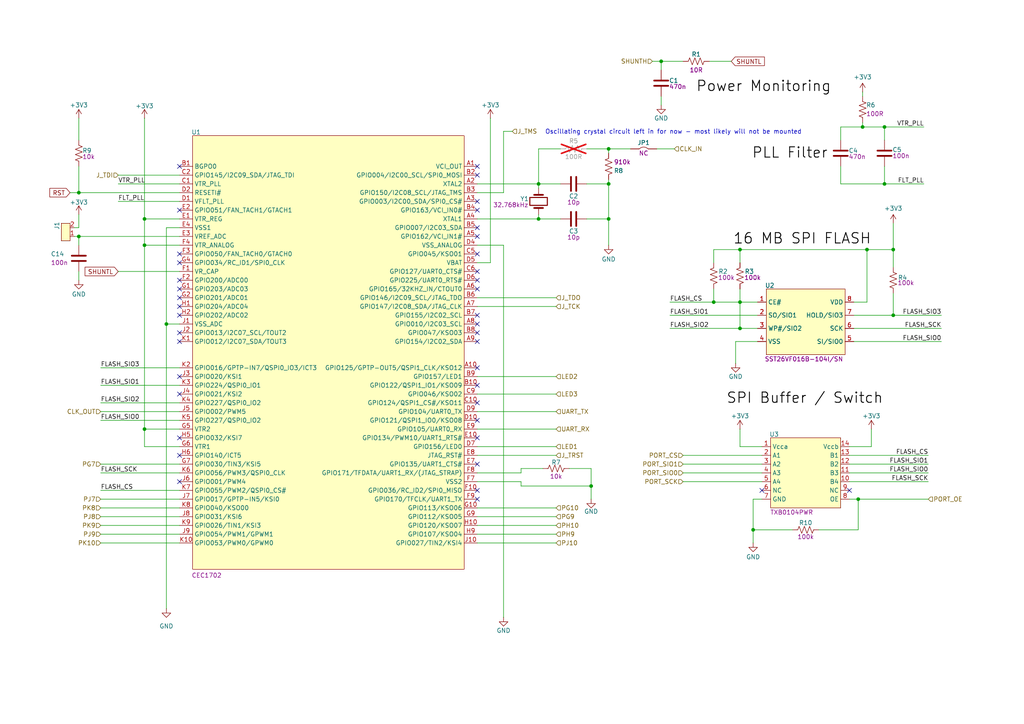
<source format=kicad_sch>
(kicad_sch (version 20231120) (generator "eeschema") (generator_version "8.0")
  (paper "A4")
  (lib_symbols
    (symbol "0603_Yageo_Res:RES_100R_0603" (pin_numbers hide)
      (property "Reference" "R" (at -20.32 5.08 0))
      (property "Display Value" "100R" (at 15.24 5.08 0))
      (symbol "RES_100R_0603_1_1"
        (pin passive line (at -3.81 0 0) (length 1.27) (name "~") (number "1"))
        (pin passive line (at 3.81 0 180) (length 1.27) (name "~") (number "2"))
      )
    )
    (symbol "0603_Yageo_Res:RES_100k_0603" (pin_numbers hide)
      (property "Reference" "R" (at -20.32 5.08 0))
      (property "Display Value" "100k" (at 15.24 5.08 0))
      (symbol "RES_100k_0603_1_1"
        (pin passive line (at -3.81 0 0) (length 1.27) (name "~") (number "1"))
        (pin passive line (at 3.81 0 180) (length 1.27) (name "~") (number "2"))
      )
    )
    (symbol "0603_Yageo_Res:RES_10R_0603" (pin_numbers hide)
      (property "Reference" "R" (at -20.32 5.08 0))
      (property "Display Value" "10R" (at 15.24 5.08 0))
      (symbol "RES_10R_0603_1_1"
        (pin passive line (at -3.81 0 0) (length 1.27) (name "~") (number "1"))
        (pin passive line (at 3.81 0 180) (length 1.27) (name "~") (number "2"))
      )
    )
    (symbol "0603_Yageo_Res:RES_10k_0603" (pin_numbers hide)
      (property "Reference" "R" (at -20.32 5.08 0))
      (property "Display Value" "10k" (at 15.24 5.08 0))
      (symbol "RES_10k_0603_1_1"
        (pin passive line (at -3.81 0 0) (length 1.27) (name "~") (number "1"))
        (pin passive line (at 3.81 0 180) (length 1.27) (name "~") (number "2"))
      )
    )
    (symbol "0603_Yageo_Res:RES_910k_0603" (pin_numbers hide)
      (property "Reference" "R" (at -20.32 5.08 0))
      (property "Display Value" "910k" (at 15.24 5.08 0))
      (symbol "RES_910k_0603_1_1"
        (pin passive line (at -3.81 0 0) (length 1.27) (name "~") (number "1"))
        (pin passive line (at 3.81 0 180) (length 1.27) (name "~") (number "2"))
      )
    )
    (symbol "Silkscreen_Symbols:CE_Free" (in_bom no)
      (property "Reference" "PCB" (at -2.54 6.35 0))
      (property "Value" "CE Symbol" (at 0 0 0))
    )
    (symbol "Silkscreen_Symbols:Pb_Free" (in_bom no)
      (property "Reference" "PCB" (at 0 0 0))
      (property "Value" "Pb_Free Symbol" (at 0 0 0))
    )
    (symbol "Silkscreen_Symbols:UKCA" (in_bom no)
      (property "Reference" "PCB" (at 0 0 0))
      (property "Value" "UKCA symbol" (at 0 0 0))
    )
    (symbol "Silkscreen_Symbols:WEEE" (in_bom no)
      (property "Reference" "PCB" (at -1.27 4.445 0))
      (property "Value" "WEEE SYMBOL" (at 0 0 0))
    )
    (symbol "nae_caps:CAP_100n_50V_0603" (pin_numbers hide)
      (property "Reference" "C" (at -20.32 5.08 0))
      (property "Display Value" "100n" (at 15.24 5.08 0))
      (symbol "CAP_100n_50V_0603_1_1"
        (pin passive line (at -3.81 0 0) (length 2.794) (name "~") (number "1"))
        (pin passive line (at 3.81 0 180) (length 2.794) (name "~") (number "2"))
      )
    )
    (symbol "nae_caps:CAP_100n_6.3V_0603" (pin_numbers hide)
      (property "Reference" "C" (at -20.32 5.08 0))
      (property "Display Value" "100n" (at 15.24 5.08 0))
      (symbol "CAP_100n_6.3V_0603_1_1"
        (pin passive line (at -3.81 0 0) (length 2.794) (name "~") (number "1"))
        (pin passive line (at 3.81 0 180) (length 2.794) (name "~") (number "2"))
      )
    )
    (symbol "nae_caps:CAP_10p_10V_0603" (pin_numbers hide)
      (property "Reference" "C" (at -20.32 5.08 0))
      (property "Display Value" "10p" (at 15.24 5.08 0))
      (symbol "CAP_10p_10V_0603_1_1"
        (pin passive line (at -3.81 0 0) (length 2.794) (name "~") (number "1"))
        (pin passive line (at 3.81 0 180) (length 2.794) (name "~") (number "2"))
      )
    )
    (symbol "nae_caps:CAP_470n_10V_0603" (pin_numbers hide)
      (property "Reference" "C" (at -20.32 5.08 0))
      (property "Display Value" "470n" (at 15.24 5.08 0))
      (symbol "CAP_470n_10V_0603_1_1"
        (pin passive line (at -3.81 0 0) (length 2.794) (name "~") (number "1"))
        (pin passive line (at 3.81 0 180) (length 2.794) (name "~") (number "2"))
      )
    )
    (symbol "power:+3V3" (power) (pin_numbers hide) (pin_names (offset 0) hide)
      (property "Value" "+3V3" (at 0 3.556 0))
      (symbol "+3V3_1_1"
        (pin power_in line (at 0 0 90) (length 0) (name "~") (number "1"))
      )
    )
    (symbol "power:GND" (power) (pin_numbers hide) (pin_names (offset 0) hide)
      (property "Value" "GND" (at 0 -3.81 0))
      (symbol "GND_1_1"
        (pin power_in line (at 0 0 270) (length 0) (name "~") (number "1"))
      )
    )
    (symbol "tutorial_2_library:32.768kHz" (pin_numbers hide)
      (property "Reference" "Y" (at 0 3.81 0))
      (property "Display Value" "32.768kHz" (at 0 -3.81 0))
      (symbol "32.768kHz_1_1"
        (pin passive line (at -3.81 0 0) (length 1.27) (name "") (number "1"))
        (pin passive line (at 3.81 0 180) (length 1.27) (name "") (number "2"))
      )
    )
    (symbol "tutorial_2_library:CEC1702"
      (property "Reference" "U" (at -35.56 10.16 0))
      (property "Display Value" "CEC1702" (at -35.56 -118.11 0))
      (symbol "CEC1702_1_1"
        (pin unspecified line (at 43.18 0 180) (length 3.81) (name "VCI_OUT") (number "A1"))
        (pin unspecified line (at 43.18 -58.42 180) (length 3.81) (name "GPIO125/GPTP-OUT5/QSPI1_CLK/KSO12") (number "A10"))
        (pin unspecified line (at 43.18 -5.08 180) (length 3.81) (name "XTAL2") (number "A2"))
        (pin unspecified line (at 43.18 -10.16 180) (length 3.81) (name "GPIO003/I2C00_SDA/SPI0_CS#") (number "A3"))
        (pin unspecified line (at 43.18 -15.24 180) (length 3.81) (name "XTAL1") (number "A4"))
        (pin unspecified line (at 43.18 -20.32 180) (length 3.81) (name "GPIO162/VCI_IN1#") (number "A5"))
        (pin unspecified line (at 43.18 -35.56 180) (length 3.81) (name "GPIO165/32KHZ_IN/CTOUT0") (number "A6"))
        (pin unspecified line (at 43.18 -40.64 180) (length 3.81) (name "GPIO147/I2C08_SDA/JTAG_CLK") (number "A7"))
        (pin unspecified line (at 43.18 -45.72 180) (length 3.81) (name "GPIO010/I2C03_SCL") (number "A8"))
        (pin unspecified line (at 43.18 -50.8 180) (length 3.81) (name "GPIO154/I2C02_SDA") (number "A9"))
        (pin unspecified line (at -43.18 0 0) (length 3.81) (name "BGPO0") (number "B1"))
        (pin unspecified line (at 43.18 -63.5 180) (length 3.81) (name "GPIO122/QSPI1_IO1/KSO09") (number "B10"))
        (pin unspecified line (at 43.18 -2.54 180) (length 3.81) (name "GPIO004/I2C00_SCL/SPI0_MOSI") (number "B2"))
        (pin unspecified line (at 43.18 -7.62 180) (length 3.81) (name "GPIO150/I2C08_SCL/JTAG_TMS") (number "B3"))
        (pin unspecified line (at 43.18 -12.7 180) (length 3.81) (name "GPIO163/VCI_IN0#") (number "B4"))
        (pin unspecified line (at 43.18 -17.78 180) (length 3.81) (name "GPIO007/I2C03_SDA") (number "B5"))
        (pin unspecified line (at 43.18 -38.1 180) (length 3.81) (name "GPIO146/I2C09_SCL/JTAG_TDO") (number "B6"))
        (pin unspecified line (at 43.18 -43.18 180) (length 3.81) (name "GPIO155/I2C02_SCL") (number "B7"))
        (pin unspecified line (at 43.18 -48.26 180) (length 3.81) (name "GPIO047/KSO03") (number "B8"))
        (pin unspecified line (at 43.18 -60.96 180) (length 3.81) (name "GPIO157/LED1") (number "B9"))
        (pin unspecified line (at -43.18 -5.08 0) (length 3.81) (name "VTR_PLL") (number "C1"))
        (pin unspecified line (at 43.18 -68.58 180) (length 3.81) (name "GPIO124/QSPI1_CS#/KSO11") (number "C10"))
        (pin unspecified line (at -43.18 -2.54 0) (length 3.81) (name "GPIO145/I2C09_SDA/JTAG_TDI") (number "C2"))
        (pin unspecified line (at 43.18 -25.4 180) (length 3.81) (name "GPIO045/KSO01") (number "C5"))
        (pin unspecified line (at 43.18 -30.48 180) (length 3.81) (name "GPIO127/UART0_CTS#") (number "C6"))
        (pin unspecified line (at 43.18 -66.04 180) (length 3.81) (name "GPIO046/KSO02") (number "C9"))
        (pin unspecified line (at -43.18 -10.16 0) (length 3.81) (name "VFLT_PLL") (number "D1"))
        (pin unspecified line (at 43.18 -73.66 180) (length 3.81) (name "GPIO121/QSPI1_IO0/KSO08") (number "D10"))
        (pin unspecified line (at -43.18 -7.62 0) (length 3.81) (name "RESETI#") (number "D2"))
        (pin unspecified line (at 43.18 -22.86 180) (length 3.81) (name "VSS_ANALOG") (number "D4"))
        (pin unspecified line (at 43.18 -27.94 180) (length 3.81) (name "VBAT") (number "D5"))
        (pin unspecified line (at 43.18 -33.02 180) (length 3.81) (name "GPIO225/UART0_RTS#") (number "D6"))
        (pin unspecified line (at 43.18 -81.28 180) (length 3.81) (name "GPIO156/LED0") (number "D7"))
        (pin unspecified line (at 43.18 -71.12 180) (length 3.81) (name "GPIO104/UART0_TX") (number "D9"))
        (pin unspecified line (at -43.18 -15.24 0) (length 3.81) (name "VTR_REG") (number "E1"))
        (pin unspecified line (at 43.18 -78.74 180) (length 3.81) (name "GPIO134/PWM10/UART1_RTS#") (number "E10"))
        (pin unspecified line (at -43.18 -12.7 0) (length 3.81) (name "GPIO051/FAN_TACH1/GTACH1") (number "E2"))
        (pin unspecified line (at -43.18 -20.32 0) (length 3.81) (name "VREF_ADC") (number "E3"))
        (pin unspecified line (at -43.18 -17.78 0) (length 3.81) (name "VSS1") (number "E4"))
        (pin unspecified line (at 43.18 -86.36 180) (length 3.81) (name "GPIO135/UART1_CTS#") (number "E7"))
        (pin unspecified line (at 43.18 -83.82 180) (length 3.81) (name "JTAG_RST#") (number "E8"))
        (pin unspecified line (at 43.18 -76.2 180) (length 3.81) (name "GPIO105/UART0_RX") (number "E9"))
        (pin unspecified line (at -43.18 -30.48 0) (length 3.81) (name "VR_CAP") (number "F1"))
        (pin unspecified line (at 43.18 -93.98 180) (length 3.81) (name "GPIO036/RC_ID2/SPI0_MISO") (number "F10"))
        (pin unspecified line (at -43.18 -33.02 0) (length 3.81) (name "GPIO200/ADC00") (number "F2"))
        (pin unspecified line (at -43.18 -25.4 0) (length 3.81) (name "GPIO050/FAN_TACH0/GTACH0") (number "F3"))
        (pin unspecified line (at -43.18 -22.86 0) (length 3.81) (name "VTR_ANALOG") (number "F4"))
        (pin unspecified line (at 43.18 -91.44 180) (length 3.81) (name "VSS2") (number "F7"))
        (pin unspecified line (at 43.18 -88.9 180) (length 3.81) (name "GPIO171/TFDATA/UART1_RX/(JTAG_STRAP)") (number "F8"))
        (pin unspecified line (at 43.18 -96.52 180) (length 3.81) (name "GPIO170/TFCLK/UART1_TX") (number "F9"))
        (pin unspecified line (at -43.18 -35.56 0) (length 3.81) (name "GPIO203/ADC03") (number "G1"))
        (pin unspecified line (at 43.18 -99.06 180) (length 3.81) (name "GPIO113/KSO06") (number "G10"))
        (pin unspecified line (at -43.18 -38.1 0) (length 3.81) (name "GPIO201/ADC01") (number "G2"))
        (pin unspecified line (at -43.18 -27.94 0) (length 3.81) (name "GPIO034/RC_ID1/SPI0_CLK") (number "G4"))
        (pin unspecified line (at -43.18 -76.2 0) (length 3.81) (name "VTR2") (number "G5"))
        (pin unspecified line (at -43.18 -81.28 0) (length 3.81) (name "VTR1") (number "G6"))
        (pin unspecified line (at -43.18 -86.36 0) (length 3.81) (name "GPIO030/TIN3/KSI5") (number "G7"))
        (pin unspecified line (at 43.18 -101.6 180) (length 3.81) (name "GPIO112/KSO05") (number "G9"))
        (pin unspecified line (at -43.18 -40.64 0) (length 3.81) (name "GPIO204/ADC04") (number "H1"))
        (pin unspecified line (at 43.18 -104.14 180) (length 3.81) (name "GPIO120/KSO07") (number "H10"))
        (pin unspecified line (at -43.18 -43.18 0) (length 3.81) (name "GPIO202/ADC02") (number "H2"))
        (pin unspecified line (at -43.18 -78.74 0) (length 3.81) (name "GPIO032/KSI7") (number "H5"))
        (pin unspecified line (at -43.18 -83.82 0) (length 3.81) (name "GPIO140/ICT5") (number "H6"))
        (pin unspecified line (at 43.18 -106.68 180) (length 3.81) (name "GPIO107/KSO04") (number "H9"))
        (pin unspecified line (at -43.18 -45.72 0) (length 3.81) (name "VSS_ADC") (number "J1"))
        (pin unspecified line (at 43.18 -109.22 180) (length 3.81) (name "GPIO027/TIN2/KSI4") (number "J10"))
        (pin unspecified line (at -43.18 -48.26 0) (length 3.81) (name "GPIO013/I2C07_SCL/TOUT2") (number "J2"))
        (pin unspecified line (at -43.18 -60.96 0) (length 3.81) (name "GPIO020/KSI1") (number "J3"))
        (pin unspecified line (at -43.18 -66.04 0) (length 3.81) (name "GPIO021/KSI2") (number "J4"))
        (pin unspecified line (at -43.18 -71.12 0) (length 3.81) (name "GPIO002/PWM5") (number "J5"))
        (pin unspecified line (at -43.18 -91.44 0) (length 3.81) (name "GPIO001/PWM4") (number "J6"))
        (pin unspecified line (at -43.18 -96.52 0) (length 3.81) (name "GPIO017/GPTP-IN5/KSI0") (number "J7"))
        (pin unspecified line (at -43.18 -101.6 0) (length 3.81) (name "GPIO031/KSI6") (number "J8"))
        (pin unspecified line (at -43.18 -106.68 0) (length 3.81) (name "GPIO054/PWM1/GPWM1") (number "J9"))
        (pin unspecified line (at -43.18 -50.8 0) (length 3.81) (name "GPIO012/I2C07_SDA/TOUT3") (number "K1"))
        (pin unspecified line (at -43.18 -109.22 0) (length 3.81) (name "GPIO053/PWM0/GPWM0") (number "K10"))
        (pin unspecified line (at -43.18 -58.42 0) (length 3.81) (name "GPIO016/GPTP-IN7/QSPI0_IO3/ICT3") (number "K2"))
        (pin unspecified line (at -43.18 -63.5 0) (length 3.81) (name "GPIO224/QSPI0_IO1") (number "K3"))
        (pin unspecified line (at -43.18 -68.58 0) (length 3.81) (name "GPIO227/QSPI0_IO2") (number "K4"))
        (pin unspecified line (at -43.18 -73.66 0) (length 3.81) (name "GPIO227/QSPI0_IO2") (number "K5"))
        (pin unspecified line (at -43.18 -88.9 0) (length 3.81) (name "GPIO056/PWM3/QSPI0_CLK") (number "K6"))
        (pin unspecified line (at -43.18 -93.98 0) (length 3.81) (name "GPIO055/PWM2/QSPI0_CS#") (number "K7"))
        (pin unspecified line (at -43.18 -99.06 0) (length 3.81) (name "GPIO040/KSO00") (number "K8"))
        (pin unspecified line (at -43.18 -104.14 0) (length 3.81) (name "GPIO026/TIN1/KSI3") (number "K9"))
      )
    )
    (symbol "tutorial_2_library:HEADER_2_2.54MM"
      (property "Reference" "J" (at 0 3.81 0))
      (symbol "HEADER_2_2.54MM_1_1"
        (pin passive line (at -2.54 1.27 0) (length 1.27) (name "") (number "1"))
        (pin passive line (at -2.54 -1.27 0) (length 1.27) (name "") (number "2"))
      )
    )
    (symbol "tutorial_2_library:SST26VF016B"
      (property "Reference" "U" (at -10.16 5.08 0))
      (property "Display Value" "SST26VF016B-104I/SN" (at 0 -16.51 0))
      (symbol "SST26VF016B_1_1"
        (pin unspecified line (at -13.97 0 0) (length 2.54) (name "CE#") (number "1"))
        (pin unspecified line (at -13.97 -3.81 0) (length 2.54) (name "SO/SIO1") (number "2"))
        (pin unspecified line (at -13.97 -7.62 0) (length 2.54) (name "WP#/SIO2") (number "3"))
        (pin unspecified line (at -13.97 -11.43 0) (length 2.54) (name "VSS") (number "4"))
        (pin unspecified line (at 13.97 -11.43 180) (length 2.54) (name "SI/SIO0") (number "5"))
        (pin unspecified line (at 13.97 -7.62 180) (length 2.54) (name "SCK") (number "6"))
        (pin unspecified line (at 13.97 -3.81 180) (length 2.54) (name "HOLD/SIO3") (number "7"))
        (pin unspecified line (at 13.97 0 180) (length 2.54) (name "VDD") (number "8"))
      )
    )
    (symbol "tutorial_2_library:Solder_Jumper_2_NC" (pin_numbers hide)
      (property "Reference" "JP" (at -3.81 3.81 0))
      (property "Display Value" "NC" (at -3.81 0 0))
      (symbol "Solder_Jumper_2_NC_1_1"
        (pin unspecified line (at 0 3.81 270) (length 2.54) (name "") (number "1"))
        (pin unspecified line (at 0 -3.81 90) (length 2.54) (name "") (number "2"))
      )
    )
    (symbol "tutorial_2_library:TXB0104PWR"
      (property "Reference" "U" (at -10.16 3.81 0))
      (property "Display Value" "TXB0104PWR" (at -3.81 -20.32 0))
      (symbol "TXB0104PWR_1_1"
        (pin unspecified line (at -12.7 0 0) (length 2.54) (name "Vcca") (number "1"))
        (pin unspecified line (at 12.7 -10.16 180) (length 2.54) (name "B4") (number "10"))
        (pin unspecified line (at 12.7 -7.62 180) (length 2.54) (name "B3") (number "11"))
        (pin unspecified line (at 12.7 -5.08 180) (length 2.54) (name "B2") (number "12"))
        (pin unspecified line (at 12.7 -2.54 180) (length 2.54) (name "B1") (number "13"))
        (pin unspecified line (at 12.7 0 180) (length 2.54) (name "Vccb") (number "14"))
        (pin unspecified line (at -12.7 -2.54 0) (length 2.54) (name "A1") (number "2"))
        (pin unspecified line (at -12.7 -5.08 0) (length 2.54) (name "A2") (number "3"))
        (pin unspecified line (at -12.7 -7.62 0) (length 2.54) (name "A3") (number "4"))
        (pin unspecified line (at -12.7 -10.16 0) (length 2.54) (name "A4") (number "5"))
        (pin unspecified line (at -12.7 -12.7 0) (length 2.54) (name "NC") (number "6"))
        (pin unspecified line (at -12.7 -15.24 0) (length 2.54) (name "GND") (number "7"))
        (pin unspecified line (at 12.7 -15.24 180) (length 2.54) (name "OE") (number "8"))
        (pin unspecified line (at 12.7 -12.7 180) (length 2.54) (name "NC") (number "9"))
      )
    )
  )
  (junction (at 259.08 91.44))
  (junction (at 156.21 53.34))
  (junction (at 171.45 140.97))
  (junction (at 156.21 63.5))
  (junction (at 176.53 53.34))
  (junction (at 191.77 17.78))
  (junction (at 214.63 87.63))
  (junction (at 250.19 36.83))
  (junction (at 176.53 63.5))
  (junction (at 214.63 95.25))
  (junction (at 41.91 124.46))
  (junction (at 214.63 72.39))
  (junction (at 41.91 71.12))
  (junction (at 256.54 36.83))
  (junction (at 218.44 153.67))
  (junction (at 251.46 72.39))
  (junction (at 176.53 43.18))
  (junction (at 248.92 144.78))
  (junction (at 48.26 93.98))
  (junction (at 207.01 87.63))
  (junction (at 22.86 68.58))
  (junction (at 256.54 53.34))
  (junction (at 259.08 72.39))
  (junction (at 22.86 55.88))
  (junction (at 41.91 63.5))
  (no_connect (at 138.43 142.24))
  (no_connect (at 52.07 60.96))
  (no_connect (at 138.43 60.96))
  (no_connect (at 52.07 127))
  (no_connect (at 138.43 111.76))
  (no_connect (at 52.07 109.22))
  (no_connect (at 138.43 106.68))
  (no_connect (at 52.07 139.7))
  (no_connect (at 138.43 50.8))
  (no_connect (at 52.07 99.06))
  (no_connect (at 138.43 48.26))
  (no_connect (at 138.43 116.84))
  (no_connect (at 138.43 144.78))
  (no_connect (at 138.43 81.28))
  (no_connect (at 52.07 81.28))
  (no_connect (at 138.43 99.06))
  (no_connect (at 138.43 68.58))
  (no_connect (at 138.43 58.42))
  (no_connect (at 52.07 88.9))
  (no_connect (at 138.43 78.74))
  (no_connect (at 138.43 121.92))
  (no_connect (at 52.07 114.3))
  (no_connect (at 52.07 48.26))
  (no_connect (at 138.43 66.04))
  (no_connect (at 138.43 83.82))
  (no_connect (at 138.43 96.52))
  (no_connect (at 138.43 93.98))
  (no_connect (at 220.98 142.24))
  (no_connect (at 52.07 86.36))
  (no_connect (at 52.07 73.66))
  (no_connect (at 138.43 134.62))
  (no_connect (at 246.38 142.24))
  (no_connect (at 52.07 132.08))
  (no_connect (at 52.07 76.2))
  (no_connect (at 138.43 127))
  (no_connect (at 52.07 83.82))
  (no_connect (at 138.43 91.44))
  (no_connect (at 52.07 91.44))
  (no_connect (at 52.07 96.52))
  (no_connect (at 138.43 73.66))
  (wire (pts (xy 246.38 134.62) (xy 269.24 134.62)))
  (wire (pts (xy 176.53 63.5) (xy 176.53 71.12)))
  (wire (pts (xy 237.49 153.67) (xy 248.92 153.67)))
  (wire (pts (xy 151.13 140.97) (xy 171.45 140.97)))
  (wire (pts (xy 246.38 144.78) (xy 248.92 144.78)))
  (wire (pts (xy 156.21 53.34) (xy 156.21 54.61)))
  (wire (pts (xy 29.21 142.24) (xy 52.07 142.24)))
  (wire (pts (xy 214.63 72.39) (xy 251.46 72.39)))
  (wire (pts (xy 41.91 63.5) (xy 52.07 63.5)))
  (wire (pts (xy 247.65 99.06) (xy 273.05 99.06)))
  (wire (pts (xy 29.21 154.94) (xy 52.07 154.94)))
  (wire (pts (xy 220.98 129.54) (xy 214.63 129.54)))
  (wire (pts (xy 243.84 53.34) (xy 256.54 53.34)))
  (wire (pts (xy 146.05 71.12) (xy 146.05 179.07)))
  (wire (pts (xy 22.86 55.88) (xy 52.07 55.88)))
  (wire (pts (xy 259.08 91.44) (xy 273.05 91.44)))
  (wire (pts (xy 146.05 38.1) (xy 146.05 55.88)))
  (wire (pts (xy 138.43 152.4) (xy 161.29 152.4)))
  (wire (pts (xy 22.86 68.58) (xy 21.59 68.58)))
  (wire (pts (xy 246.38 139.7) (xy 269.24 139.7)))
  (wire (pts (xy 256.54 53.34) (xy 267.97 53.34)))
  (wire (pts (xy 219.71 99.06) (xy 213.36 99.06)))
  (wire (pts (xy 218.44 144.78) (xy 218.44 153.67)))
  (wire (pts (xy 176.53 43.18) (xy 176.53 44.45)))
  (wire (pts (xy 156.21 53.34) (xy 156.21 43.18)))
  (wire (pts (xy 48.26 93.98) (xy 48.26 176.53)))
  (wire (pts (xy 41.91 34.29) (xy 41.91 63.5)))
  (wire (pts (xy 151.13 140.97) (xy 151.13 139.7)))
  (wire (pts (xy 138.43 71.12) (xy 146.05 71.12)))
  (wire (pts (xy 189.23 17.78) (xy 191.77 17.78)))
  (wire (pts (xy 207.01 76.2) (xy 207.01 72.39)))
  (wire (pts (xy 250.19 26.67) (xy 250.19 27.94)))
  (wire (pts (xy 246.38 132.08) (xy 269.24 132.08)))
  (wire (pts (xy 138.43 76.2) (xy 142.24 76.2)))
  (wire (pts (xy 214.63 72.39) (xy 214.63 76.2)))
  (wire (pts (xy 138.43 88.9) (xy 161.29 88.9)))
  (wire (pts (xy 251.46 87.63) (xy 251.46 72.39)))
  (wire (pts (xy 256.54 36.83) (xy 267.97 36.83)))
  (wire (pts (xy 247.65 95.25) (xy 273.05 95.25)))
  (wire (pts (xy 29.21 147.32) (xy 52.07 147.32)))
  (wire (pts (xy 41.91 124.46) (xy 41.91 129.54)))
  (wire (pts (xy 190.5 43.18) (xy 195.58 43.18)))
  (wire (pts (xy 151.13 135.89) (xy 157.48 135.89)))
  (wire (pts (xy 29.21 157.48) (xy 52.07 157.48)))
  (wire (pts (xy 156.21 43.18) (xy 162.56 43.18)))
  (wire (pts (xy 251.46 72.39) (xy 259.08 72.39)))
  (wire (pts (xy 138.43 86.36) (xy 161.29 86.36)))
  (wire (pts (xy 22.86 68.58) (xy 22.86 71.12)))
  (wire (pts (xy 156.21 53.34) (xy 162.56 53.34)))
  (wire (pts (xy 138.43 55.88) (xy 146.05 55.88)))
  (wire (pts (xy 48.26 66.04) (xy 48.26 93.98)))
  (wire (pts (xy 156.21 63.5) (xy 162.56 63.5)))
  (wire (pts (xy 170.18 63.5) (xy 176.53 63.5)))
  (wire (pts (xy 213.36 99.06) (xy 213.36 105.41)))
  (wire (pts (xy 41.91 124.46) (xy 52.07 124.46)))
  (wire (pts (xy 138.43 63.5) (xy 156.21 63.5)))
  (wire (pts (xy 29.21 149.86) (xy 52.07 149.86)))
  (wire (pts (xy 22.86 55.88) (xy 22.86 48.26)))
  (wire (pts (xy 138.43 149.86) (xy 161.29 149.86)))
  (wire (pts (xy 198.12 132.08) (xy 220.98 132.08)))
  (wire (pts (xy 256.54 53.34) (xy 256.54 48.26)))
  (wire (pts (xy 138.43 124.46) (xy 161.29 124.46)))
  (wire (pts (xy 142.24 34.29) (xy 142.24 76.2)))
  (wire (pts (xy 34.29 53.34) (xy 52.07 53.34)))
  (wire (pts (xy 29.21 119.38) (xy 52.07 119.38)))
  (wire (pts (xy 214.63 95.25) (xy 219.71 95.25)))
  (wire (pts (xy 171.45 135.89) (xy 171.45 140.97)))
  (wire (pts (xy 250.19 35.56) (xy 250.19 36.83)))
  (wire (pts (xy 29.21 137.16) (xy 52.07 137.16)))
  (wire (pts (xy 243.84 36.83) (xy 250.19 36.83)))
  (wire (pts (xy 259.08 77.47) (xy 259.08 72.39)))
  (wire (pts (xy 22.86 78.74) (xy 22.86 81.28)))
  (wire (pts (xy 218.44 153.67) (xy 218.44 157.48)))
  (wire (pts (xy 48.26 93.98) (xy 52.07 93.98)))
  (wire (pts (xy 214.63 87.63) (xy 219.71 87.63)))
  (wire (pts (xy 41.91 129.54) (xy 52.07 129.54)))
  (wire (pts (xy 214.63 124.46) (xy 214.63 129.54)))
  (wire (pts (xy 246.38 137.16) (xy 269.24 137.16)))
  (wire (pts (xy 248.92 144.78) (xy 269.24 144.78)))
  (wire (pts (xy 256.54 36.83) (xy 256.54 40.64)))
  (wire (pts (xy 243.84 48.26) (xy 243.84 53.34)))
  (wire (pts (xy 198.12 137.16) (xy 220.98 137.16)))
  (wire (pts (xy 176.53 53.34) (xy 176.53 63.5)))
  (wire (pts (xy 138.43 119.38) (xy 161.29 119.38)))
  (wire (pts (xy 214.63 83.82) (xy 214.63 87.63)))
  (wire (pts (xy 29.21 144.78) (xy 52.07 144.78)))
  (wire (pts (xy 250.19 36.83) (xy 256.54 36.83)))
  (wire (pts (xy 138.43 53.34) (xy 156.21 53.34)))
  (wire (pts (xy 29.21 106.68) (xy 52.07 106.68)))
  (wire (pts (xy 34.29 58.42) (xy 52.07 58.42)))
  (wire (pts (xy 138.43 114.3) (xy 161.29 114.3)))
  (wire (pts (xy 218.44 153.67) (xy 229.87 153.67)))
  (wire (pts (xy 194.31 87.63) (xy 207.01 87.63)))
  (wire (pts (xy 138.43 132.08) (xy 161.29 132.08)))
  (wire (pts (xy 34.29 78.74) (xy 52.07 78.74)))
  (wire (pts (xy 29.21 121.92) (xy 52.07 121.92)))
  (wire (pts (xy 29.21 116.84) (xy 52.07 116.84)))
  (wire (pts (xy 41.91 63.5) (xy 41.91 71.12)))
  (wire (pts (xy 138.43 157.48) (xy 161.29 157.48)))
  (wire (pts (xy 194.31 95.25) (xy 214.63 95.25)))
  (wire (pts (xy 248.92 153.67) (xy 248.92 144.78)))
  (wire (pts (xy 41.91 71.12) (xy 52.07 71.12)))
  (wire (pts (xy 170.18 53.34) (xy 176.53 53.34)))
  (wire (pts (xy 259.08 64.77) (xy 259.08 72.39)))
  (wire (pts (xy 246.38 129.54) (xy 252.73 129.54)))
  (wire (pts (xy 194.31 91.44) (xy 219.71 91.44)))
  (wire (pts (xy 171.45 140.97) (xy 171.45 144.78)))
  (wire (pts (xy 247.65 91.44) (xy 259.08 91.44)))
  (wire (pts (xy 41.91 71.12) (xy 41.91 124.46)))
  (wire (pts (xy 29.21 152.4) (xy 52.07 152.4)))
  (wire (pts (xy 170.18 43.18) (xy 176.53 43.18)))
  (wire (pts (xy 20.32 55.88) (xy 22.86 55.88)))
  (wire (pts (xy 151.13 135.89) (xy 151.13 137.16)))
  (wire (pts (xy 138.43 147.32) (xy 161.29 147.32)))
  (wire (pts (xy 243.84 40.64) (xy 243.84 36.83)))
  (wire (pts (xy 176.53 43.18) (xy 182.88 43.18)))
  (wire (pts (xy 207.01 87.63) (xy 214.63 87.63)))
  (wire (pts (xy 151.13 139.7) (xy 138.43 139.7)))
  (wire (pts (xy 171.45 135.89) (xy 165.1 135.89)))
  (wire (pts (xy 138.43 109.22) (xy 161.29 109.22)))
  (wire (pts (xy 156.21 62.23) (xy 156.21 63.5)))
  (wire (pts (xy 214.63 87.63) (xy 214.63 95.25)))
  (wire (pts (xy 29.21 134.62) (xy 52.07 134.62)))
  (wire (pts (xy 22.86 66.04) (xy 22.86 62.23)))
  (wire (pts (xy 21.59 66.04) (xy 22.86 66.04)))
  (wire (pts (xy 259.08 85.09) (xy 259.08 91.44)))
  (wire (pts (xy 22.86 34.29) (xy 22.86 40.64)))
  (wire (pts (xy 191.77 27.94) (xy 191.77 30.48)))
  (wire (pts (xy 198.12 139.7) (xy 220.98 139.7)))
  (wire (pts (xy 151.13 137.16) (xy 138.43 137.16)))
  (wire (pts (xy 138.43 129.54) (xy 161.29 129.54)))
  (wire (pts (xy 207.01 72.39) (xy 214.63 72.39)))
  (wire (pts (xy 22.86 68.58) (xy 52.07 68.58)))
  (wire (pts (xy 205.74 17.78) (xy 212.09 17.78)))
  (wire (pts (xy 191.77 17.78) (xy 198.12 17.78)))
  (wire (pts (xy 34.29 50.8) (xy 52.07 50.8)))
  (wire (pts (xy 48.26 66.04) (xy 52.07 66.04)))
  (wire (pts (xy 252.73 124.46) (xy 252.73 129.54)))
  (wire (pts (xy 138.43 154.94) (xy 161.29 154.94)))
  (wire (pts (xy 207.01 83.82) (xy 207.01 87.63)))
  (wire (pts (xy 191.77 17.78) (xy 191.77 20.32)))
  (wire (pts (xy 220.98 144.78) (xy 218.44 144.78)))
  (wire (pts (xy 247.65 87.63) (xy 251.46 87.63)))
  (wire (pts (xy 148.59 38.1) (xy 146.05 38.1)))
  (wire (pts (xy 176.53 52.07) (xy 176.53 53.34)))
  (wire (pts (xy 198.12 134.62) (xy 220.98 134.62)))
  (wire (pts (xy 29.21 111.76) (xy 52.07 111.76)))
  (text "PLL Filter" (at 229.108 44.45 0) (effects (font (size 3 3) (thickness 0.254) (bold yes))))
  (text "16 MB SPI FLASH" (at 232.664 69.342 0) (effects (font (size 3 3) (thickness 0.254) (bold yes))))
  (text "Power Monitoring" (at 221.488 25.146 0) (effects (font (size 3 3) (thickness 0.254) (bold yes))))
  (text "Oscillating crystal circuit left in for now - most likely will not be mounted" (at 195.326 38.354 0) (effects (font (size 1.27 1.27))))
  (text "SPI Buffer / Switch" (at 233.426 115.57 0) (effects (font (size 3 3) (thickness 0.254) (bold yes))))
  (label "FLASH_SCK" (at 29.21 137.16 0))
  (label "FLASH_SIO0" (at 273.05 99.06 180))
  (label "FLASH_CS" (at 269.24 132.08 180))
  (label "FLT_PLL" (at 267.97 53.34 180))
  (label "FLASH_SIO1" (at 194.31 91.44 0))
  (label "VTR_PLL" (at 34.29 53.34 0))
  (label "FLASH_SIO0" (at 29.21 121.92 0))
  (label "FLASH_SIO0" (at 269.24 137.16 180))
  (label "FLASH_SIO1" (at 29.21 111.76 0))
  (label "FLASH_SCK" (at 273.05 95.25 180))
  (label "FLASH_SIO2" (at 29.21 116.84 0))
  (label "FLT_PLL" (at 34.29 58.42 0))
  (label "FLASH_CS" (at 29.21 142.24 0))
  (label "FLASH_SIO2" (at 194.31 95.25 0))
  (label "FLASH_SIO3" (at 29.21 106.68 0))
  (label "FLASH_SIO1" (at 269.24 134.62 180))
  (label "VTR_PLL" (at 267.97 36.83 180))
  (label "FLASH_CS" (at 194.31 87.63 0))
  (label "FLASH_SCK" (at 269.24 139.7 180))
  (label "FLASH_SIO3" (at 273.05 91.44 180))
  (global_label "RST" (shape input) (at 20.32 55.88 180) (property "Intersheetrefs" "${INTERSHEET_REFS}" (effects (hide yes))))
  (global_label "SHUNTL" (shape input) (at 34.29 78.74 180) (property "Intersheetrefs" "${INTERSHEET_REFS}" (effects (hide yes))))
  (global_label "SHUNTL" (shape input) (at 212.09 17.78 0) (property "Intersheetrefs" "${INTERSHEET_REFS}" (effects (hide yes))))
  (hierarchical_label "J_TDI" (shape input) (at 34.29 50.8 180))
  (hierarchical_label "PORT_SIO0" (shape input) (at 198.12 137.16 180))
  (hierarchical_label "SHUNTH" (shape input) (at 189.23 17.78 180))
  (hierarchical_label "PORT_SIO1" (shape input) (at 198.12 134.62 180))
  (hierarchical_label "J_TDO" (shape input) (at 161.29 86.36 0))
  (hierarchical_label "PG10" (shape input) (at 161.29 147.32 0))
  (hierarchical_label "PK9" (shape input) (at 29.21 152.4 180))
  (hierarchical_label "LED1" (shape input) (at 161.29 129.54 0))
  (hierarchical_label "PH9" (shape input) (at 161.29 154.94 0))
  (hierarchical_label "PK8" (shape input) (at 29.21 147.32 180))
  (hierarchical_label "J_TRST" (shape input) (at 161.29 132.08 0))
  (hierarchical_label "CLK_OUT" (shape input) (at 29.21 119.38 180))
  (hierarchical_label "LED2" (shape input) (at 161.29 109.22 0))
  (hierarchical_label "PJ8" (shape input) (at 29.21 149.86 180))
  (hierarchical_label "J_TCK" (shape input) (at 161.29 88.9 0))
  (hierarchical_label "LED3" (shape input) (at 161.29 114.3 0))
  (hierarchical_label "PH10" (shape input) (at 161.29 152.4 0))
  (hierarchical_label "PK10" (shape input) (at 29.21 157.48 180))
  (hierarchical_label "PJ9" (shape input) (at 29.21 154.94 180))
  (hierarchical_label "UART_TX" (shape input) (at 161.29 119.38 0))
  (hierarchical_label "PORT_OE" (shape input) (at 269.24 144.78 0))
  (hierarchical_label "PORT_SCK" (shape input) (at 198.12 139.7 180))
  (hierarchical_label "J_TMS" (shape input) (at 148.59 38.1 0))
  (hierarchical_label "CLK_IN" (shape input) (at 195.58 43.18 0))
  (hierarchical_label "PG7" (shape input) (at 29.21 134.62 180))
  (hierarchical_label "PJ10" (shape input) (at 161.29 157.48 0))
  (hierarchical_label "UART_RX" (shape input) (at 161.29 124.46 0))
  (hierarchical_label "PG9" (shape input) (at 161.29 149.86 0))
  (hierarchical_label "PJ7" (shape input) (at 29.21 144.78 180))
  (hierarchical_label "PORT_CS" (shape input) (at 198.12 132.08 180))
  (symbol (lib_id "power:+3V3") (at 214.63 124.46 0) (unit 1)
    (property "Reference" "#PWR014" (effects (hide yes)))
    (property "Value" "+3V3" (at 214.63 120.65 0))
    (property "Description" "Power symbol creates a global label with name \"+3V3\"" (effects (hide yes)))
  )
  (symbol (lib_id "0603_Yageo_Res:RES_100k_0603") (at 259.08 81.28 270) (unit 1)
    (property "Reference" "R4" (at 263.144 80.518 90) (effects (justify right)))
    (property "Value" "RES_100k_0603" (effects (hide yes)))
    (property "Footprint" "Resistor_SMD:R_0603_1608Metric" (effects (hide yes)))
    (property "Datasheet" "https://www.yageo.com/upload/media/product/products/datasheet/rchip/PYu-RC_Group_51_RoHS_L_12.pdf" (effects (hide yes)))
    (property "Description" "RES 100K OHM 1% 1/10W 0603" (effects (hide yes)))
    (property "Display Value" "100k" (at 265.176 82.042 90) (effects (justify right)))
    (property "Manufacturer" "YAGEO" (effects (hide yes)))
    (property "Manufacturer Part Number" "RC0603FR-07100KL" (effects (hide yes)))
    (property "Supplier 1" "DigiKey" (effects (hide yes)))
    (property "Supplier 1 Part Number" "311-100KHRCT-ND" (effects (hide yes)))
    (property "Supplier 2" "no_data" (effects (hide yes)))
    (property "Supplier 2 Part Number" "no_data" (effects (hide yes)))
  )
  (symbol (lib_id "power:GND") (at 176.53 71.12 0) (unit 1)
    (property "Reference" "#PWR019" (effects (hide yes)))
    (property "Value" "GND" (at 176.53 75.184 0))
    (property "Description" "Power symbol creates a global label with name \"GND\" , ground" (effects (hide yes)))
  )
  (symbol (lib_id "power:GND") (at 22.86 81.28 0) (unit 1)
    (property "Reference" "#PWR025" (effects (hide yes)))
    (property "Value" "GND" (at 22.86 85.344 0))
    (property "Description" "Power symbol creates a global label with name \"GND\" , ground" (effects (hide yes)))
  )
  (symbol (lib_id "0603_Yageo_Res:RES_10k_0603") (at 22.86 44.45 90) (unit 1)
    (property "Reference" "R9" (at 23.876 43.688 90) (effects (justify right)))
    (property "Value" "RES_10k_0603" (effects (hide yes)))
    (property "Footprint" "Resistor_SMD:R_0603_1608Metric" (effects (hide yes)))
    (property "Datasheet" "https://www.yageo.com/upload/media/product/products/datasheet/rchip/PYu-RC_Group_51_RoHS_L_12.pdf" (effects (hide yes)))
    (property "Description" "RES 10K OHM 1% 1/10W 0603" (effects (hide yes)))
    (property "Display Value" "10k" (at 23.876 45.466 90) (effects (justify right)))
    (property "Manufacturer" "YAGEO" (effects (hide yes)))
    (property "Manufacturer Part Number" "RC0603FR-0710KL" (effects (hide yes)))
    (property "Supplier 1" "DigiKey" (effects (hide yes)))
    (property "Supplier 1 Part Number" "311-10.0KHRCT-ND" (effects (hide yes)))
    (property "Supplier 2" "no_data" (effects (hide yes)))
    (property "Supplier 2 Part Number" "no_data" (effects (hide yes)))
  )
  (symbol (lib_id "0603_Yageo_Res:RES_100k_0603") (at 233.68 153.67 0) (unit 1)
    (property "Reference" "R10" (at 233.68 151.638 0))
    (property "Value" "RES_100k_0603" (effects (hide yes)))
    (property "Footprint" "Resistor_SMD:R_0603_1608Metric" (effects (hide yes)))
    (property "Datasheet" "https://www.yageo.com/upload/media/product/products/datasheet/rchip/PYu-RC_Group_51_RoHS_L_12.pdf" (effects (hide yes)))
    (property "Description" "RES 100K OHM 1% 1/10W 0603" (effects (hide yes)))
    (property "Display Value" "100k" (at 233.68 155.702 0))
    (property "Manufacturer" "YAGEO" (effects (hide yes)))
    (property "Manufacturer Part Number" "RC0603FR-07100KL" (effects (hide yes)))
    (property "Supplier 1" "DigiKey" (effects (hide yes)))
    (property "Supplier 1 Part Number" "311-100KHRCT-ND" (effects (hide yes)))
    (property "Supplier 2" "no_data" (effects (hide yes)))
    (property "Supplier 2 Part Number" "no_data" (effects (hide yes)))
  )
  (symbol (lib_id "power:GND") (at 146.05 179.07 0) (unit 1)
    (property "Reference" "#PWR020" (effects (hide yes)))
    (property "Value" "GND" (at 146.05 182.88 0))
    (property "Description" "Power symbol creates a global label with name \"GND\" , ground" (effects (hide yes)))
  )
  (symbol (lib_id "tutorial_2_library:TXB0104PWR") (at 233.68 129.54 0) (unit 1)
    (property "Reference" "U3" (at 224.536 125.984 0))
    (property "Value" "TXB0104PWR" (effects (hide yes)))
    (property "Footprint" "Package_SO:SOIC-14_3.9x8.7mm_P1.27mm" (effects (hide yes)))
    (property "Datasheet" "https://www.ti.com/lit/ds/symlink/txb0104.pdf?HQS=dis-dk-null-digikeymode-dsf-pf-null-wwe&ts=1730452248372&ref_url=https%253A%252F%252Fwww.ti.com%252Fgeneral%252Fdocs%252Fsuppproductinfo.tsp%253FdistId%253D10%2526gotoUrl%253Dhttps%253A%252F%252Fwww.ti.com%252Flit%252Fgpn%252Ftxb0104" (effects (hide yes)))
    (property "Description" "IC TRANSLATOR BIDIR 14TSSOP" (effects (hide yes)))
    (property "Display Value" "TXB0104PWR" (at 229.616 148.59 0))
    (property "Manufacturer" "Texas Instruments" (effects (hide yes)))
    (property "Manufacturer Part Number" "TXB0104PWR" (effects (hide yes)))
    (property "Supplier 1" "DigiKey" (effects (hide yes)))
    (property "Supplier 1 Part Number" "296-21929-1-ND" (effects (hide yes)))
  )
  (symbol (lib_id "Silkscreen_Symbols:CE_Free") (at -25.4 179.07 0) (unit 1) (in_bom no)
    (property "Reference" "PCB1" (at -22.86 177.7999 0) (effects (justify left)))
    (property "Value" "CE Symbol" (at -22.86 180.3399 0) (effects (justify left)))
    (property "Footprint" "Silkscrren_Symbols:CE-Logo_8.5x6mm_SilkScreen" (effects (hide yes)))
  )
  (symbol (lib_id "power:+3V3") (at 252.73 124.46 0) (unit 1)
    (property "Reference" "#PWR013" (effects (hide yes)))
    (property "Value" "+3V3" (at 252.73 120.65 0))
    (property "Description" "Power symbol creates a global label with name \"+3V3\"" (effects (hide yes)))
  )
  (symbol (lib_id "tutorial_2_library:Solder_Jumper_2_NC") (at 186.69 43.18 270) (unit 1)
    (property "Reference" "JP1" (at 186.69 41.402 90))
    (property "Footprint" "Jumper:SolderJumper-2_P1.3mm_Bridged2Bar_Pad1.0x1.5mm" (effects (hide yes)))
    (property "Display Value" "NC" (at 186.69 44.45 90))
  )
  (symbol (lib_id "tutorial_2_library:HEADER_2_2.54MM") (at 19.05 67.31 180) (unit 1)
    (property "Reference" "J1" (at 16.51 64.262 90) (effects (justify left)))
    (property "Value" "2Pin_Header_2.54" (effects (hide yes)))
    (property "Footprint" "Connector_PinHeader_2.54mm:PinHeader_2x01_P2.54mm_Vertical" (effects (hide yes)))
    (property "Datasheet" "https://cdn.harwin.com/pdfs/M20-999.pdf" (effects (hide yes)))
    (property "Description" "CONN HEADER VERT 2POS 2.54MM" (effects (hide yes)))
    (property "Display Value" "Jack" (effects (hide yes)))
    (property "Manufacturer" "Harwin Inc." (effects (hide yes)))
    (property "Manufacturer Part Number" "M20-9990246" (effects (hide yes)))
    (property "Supplier 1" "DigiKey" (effects (hide yes)))
    (property "Supplier 1 Part Number" "952-2262-ND" (effects (hide yes)))
    (property "Supplier 2 Part Number" "Connector Header Through Hole 2 position 0.100\" (2.54mm)" (effects (hide yes)))
  )
  (symbol (lib_id "0603_Yageo_Res:RES_100k_0603") (at 214.63 80.01 270) (mirror x) (unit 1)
    (property "Reference" "R3" (at 218.694 78.74 90) (effects (justify right)))
    (property "Value" "RES_100k_0603" (effects (hide yes)))
    (property "Footprint" "Resistor_SMD:R_0603_1608Metric" (effects (hide yes)))
    (property "Datasheet" "https://www.yageo.com/upload/media/product/products/datasheet/rchip/PYu-RC_Group_51_RoHS_L_12.pdf" (effects (hide yes)))
    (property "Description" "RES 100K OHM 1% 1/10W 0603" (effects (hide yes)))
    (property "Display Value" "100k" (at 220.726 80.518 90) (effects (justify right)))
    (property "Manufacturer" "YAGEO" (effects (hide yes)))
    (property "Manufacturer Part Number" "RC0603FR-07100KL" (effects (hide yes)))
    (property "Supplier 1" "DigiKey" (effects (hide yes)))
    (property "Supplier 1 Part Number" "311-100KHRCT-ND" (effects (hide yes)))
    (property "Supplier 2" "no_data" (effects (hide yes)))
    (property "Supplier 2 Part Number" "no_data" (effects (hide yes)))
  )
  (symbol (lib_id "Silkscreen_Symbols:WEEE") (at -25.4 194.31 0) (unit 1) (in_bom no)
    (property "Reference" "PCB4" (at -22.86 193.0399 0) (effects (justify left)))
    (property "Value" "WEEE SYMBOL" (at -22.86 195.5799 0) (effects (justify left)))
    (property "Footprint" "Silkscrren_Symbols:WEEE-Logo_5.6x8mm_SilkScreen" (effects (hide yes)))
  )
  (symbol (lib_id "power:GND") (at 218.44 157.48 0) (unit 1)
    (property "Reference" "#PWR012" (effects (hide yes)))
    (property "Value" "GND" (at 218.44 161.544 0))
    (property "Description" "Power symbol creates a global label with name \"GND\" , ground" (effects (hide yes)))
  )
  (symbol (lib_id "power:+3V3") (at 41.91 34.29 0) (unit 1)
    (property "Reference" "#PWR022" (effects (hide yes)))
    (property "Value" "+3V3" (at 41.91 30.734 0))
    (property "Description" "Power symbol creates a global label with name \"+3V3\"" (effects (hide yes)))
  )
  (symbol (lib_id "nae_caps:CAP_10p_10V_0603") (at 166.37 63.5 0) (unit 1)
    (property "Reference" "C3" (at 166.37 67.056 0))
    (property "Value" "CAP_10p_50V_0603" (effects (hide yes)))
    (property "Footprint" "Capacitor_SMD:C_0603_1608Metric" (effects (hide yes)))
    (property "Datasheet" "https://www.yageo.com/upload/media/product/productsearch/datasheet/mlcc/UPY-GPHC_X7R_6.3V-to-250V_24.pdf" (effects (hide yes)))
    (property "Description" "CAP CER 10PF 50V C0G/NPO 0603" (effects (hide yes)))
    (property "Display Value" "10p" (at 166.37 68.834 0))
    (property "Manufacturer" "YAGEO" (effects (hide yes)))
    (property "Manufacturer Part Number" "CC0603JRNPO9BN100" (effects (hide yes)))
    (property "Supplier 1" "DigiKey" (effects (hide yes)))
    (property "Supplier 1 Part Number" "311-1058-2-ND" (effects (hide yes)))
  )
  (symbol (lib_id "Silkscreen_Symbols:UKCA") (at -25.4 189.23 0) (unit 1) (in_bom no)
    (property "Reference" "PCB3" (at -22.86 187.9599 0) (effects (justify left)))
    (property "Value" "UKCA symbol" (at -22.86 190.4999 0) (effects (justify left)))
    (property "Footprint" "Silkscrren_Symbols:UKCA-Logo_8x8mm_SilkScreen" (effects (hide yes)))
  )
  (symbol (lib_id "power:GND") (at 171.45 144.78 0) (unit 1)
    (property "Reference" "#PWR017" (effects (hide yes)))
    (property "Value" "GND" (at 171.45 148.336 0))
    (property "Description" "Power symbol creates a global label with name \"GND\" , ground" (effects (hide yes)))
  )
  (symbol (lib_id "tutorial_2_library:SST26VF016B") (at 233.68 87.63 0) (unit 1)
    (property "Reference" "U2" (at 223.266 82.804 0))
    (property "Value" "SST26VF016B-104I/SN" (effects (hide yes)))
    (property "Footprint" "Package_SO:SOIC-8_3.9x4.9mm_P1.27mm" (effects (hide yes)))
    (property "Datasheet" "https://ww1.microchip.com/downloads/en/DeviceDoc/SST26VF016B-2.5V-3.0V-16-Mbit-Serial-Quad-IO-SQI-Flash-Memory-Data-Sheet-DS20005262F.pdf" (effects (hide yes)))
    (property "Description" "IC FLASH 16MBIT SPI/QUAD 8SOIC" (effects (hide yes)))
    (property "Display Value" "SST26VF016B-104I/SN" (at 233.172 104.14 0))
    (property "Manufacturer" "Microchip Technology" (effects (hide yes)))
    (property "Manufacturer Part Number" "SST26VF016B-104I/SN" (effects (hide yes)))
    (property "Supplier 1" "DigiKey" (effects (hide yes)))
    (property "Supplier 1 Part Number" "SST26VF016B-104I/SN-ND" (effects (hide yes)))
  )
  (symbol (lib_id "nae_caps:CAP_10p_10V_0603") (at 166.37 53.34 0) (unit 1)
    (property "Reference" "C2" (at 166.37 56.896 0))
    (property "Value" "CAP_10p_50V_0603" (effects (hide yes)))
    (property "Footprint" "Capacitor_SMD:C_0603_1608Metric" (effects (hide yes)))
    (property "Datasheet" "https://www.yageo.com/upload/media/product/productsearch/datasheet/mlcc/UPY-GPHC_X7R_6.3V-to-250V_24.pdf" (effects (hide yes)))
    (property "Description" "CAP CER 10PF 50V C0G/NPO 0603" (effects (hide yes)))
    (property "Display Value" "10p" (at 166.37 58.674 0))
    (property "Manufacturer" "YAGEO" (effects (hide yes)))
    (property "Manufacturer Part Number" "CC0603JRNPO9BN100" (effects (hide yes)))
    (property "Supplier 1" "DigiKey" (effects (hide yes)))
    (property "Supplier 1 Part Number" "311-1058-2-ND" (effects (hide yes)))
  )
  (symbol (lib_id "nae_caps:CAP_100n_6.3V_0603") (at 256.54 44.45 90) (unit 1)
    (property "Reference" "C5" (at 258.826 43.434 90) (effects (justify right)))
    (property "Value" "CAP_100n_6.3V_0603" (effects (hide yes)))
    (property "Footprint" "Capacitor_SMD:C_0603_1608Metric" (effects (hide yes)))
    (property "Datasheet" "https://www.yageo.com/upload/media/product/productsearch/datasheet/mlcc/UPY-GPHC_X7R_6.3V-to-250V_24.pdf" (effects (hide yes)))
    (property "Description" "CAP CER 0.1UF 6.3V X7R 0603" (effects (hide yes)))
    (property "Display Value" "100n" (at 258.826 45.212 90) (effects (justify right)))
    (property "Manufacturer" "YAGEO" (effects (hide yes)))
    (property "Manufacturer Part Number" "CC0603KRX7R5BB104" (effects (hide yes)))
    (property "Supplier 1" "DigiKey" (effects (hide yes)))
    (property "Supplier 1 Part Number" "13-CC0603KRX7R5BB104CT-ND" (effects (hide yes)))
    (property "Supplier 2" "no_data" (effects (hide yes)))
    (property "Supplier 2 Part Number" "no_data" (effects (hide yes)))
  )
  (symbol (lib_id "nae_caps:CAP_470n_10V_0603") (at 191.77 24.13 90) (unit 1)
    (property "Reference" "C1" (at 194.056 23.368 90) (effects (justify right)))
    (property "Value" "CAP_470n_10V_0603" (effects (hide yes)))
    (property "Footprint" "Capacitor_SMD:C_0603_1608Metric" (effects (hide yes)))
    (property "Datasheet" "https://www.yageo.com/upload/media/product/productsearch/datasheet/mlcc/UPY-GPHC_X7R_6.3V-to-250V_24.pdf" (effects (hide yes)))
    (property "Description" "CAP CER 0.47UF 10V X7R 0603" (effects (hide yes)))
    (property "Display Value" "470n" (at 194.056 25.146 90) (effects (justify right)))
    (property "Manufacturer" "YAGEO" (effects (hide yes)))
    (property "Manufacturer Part Number" "CC0603KRX7R6BB474" (effects (hide yes)))
    (property "Supplier 1" "DigiKey" (effects (hide yes)))
    (property "Supplier 1 Part Number" "311-1798-1-ND" (effects (hide yes)))
    (property "Supplier 2" "no_data" (effects (hide yes)))
    (property "Supplier 2 Part Number" "no_data" (effects (hide yes)))
  )
  (symbol (lib_id "0603_Yageo_Res:RES_100R_0603") (at 250.19 31.75 90) (unit 1)
    (property "Reference" "R6" (at 251.206 30.48 90) (effects (justify right)))
    (property "Value" "RES_100R_0603" (effects (hide yes)))
    (property "Footprint" "Resistor_SMD:R_0603_1608Metric" (effects (hide yes)))
    (property "Datasheet" "https://www.yageo.com/upload/media/product/products/datasheet/rchip/PYu-RC_Group_51_RoHS_L_12.pdf" (effects (hide yes)))
    (property "Description" "RES 100 OHM 1% 1/10W 0603" (effects (hide yes)))
    (property "Display Value" "100R" (at 251.206 33.02 90) (effects (justify right)))
    (property "Manufacturer" "YAGEO" (effects (hide yes)))
    (property "Manufacturer Part Number" "RC0603FR-07100RL" (effects (hide yes)))
    (property "Supplier 1" "DigiKey" (effects (hide yes)))
    (property "Supplier 1 Part Number" "311-100HRCT-ND" (effects (hide yes)))
    (property "Supplier 2" "no_data" (effects (hide yes)))
    (property "Supplier 2 Part Number" "no_data" (effects (hide yes)))
  )
  (symbol (lib_id "0603_Yageo_Res:RES_10R_0603") (at 201.93 17.78 0) (unit 1)
    (property "Reference" "R1" (at 201.93 15.748 0))
    (property "Value" "RES_10R_0603" (effects (hide yes)))
    (property "Footprint" "Resistor_SMD:R_0603_1608Metric" (effects (hide yes)))
    (property "Datasheet" "https://www.yageo.com/upload/media/product/products/datasheet/rchip/PYu-RC_Group_51_RoHS_L_12.pdf" (effects (hide yes)))
    (property "Description" "RES 10 OHM 1% 1/10W 0603" (effects (hide yes)))
    (property "Display Value" "10R" (at 201.93 20.32 0))
    (property "Manufacturer" "YAGEO" (effects (hide yes)))
    (property "Manufacturer Part Number" "RC0603FR-0710RL" (effects (hide yes)))
    (property "Supplier 1" "DigiKey" (effects (hide yes)))
    (property "Supplier 1 Part Number" "311-10.0HRCT-ND" (effects (hide yes)))
    (property "Supplier 2" "no_data" (effects (hide yes)))
    (property "Supplier 2 Part Number" "no_data" (effects (hide yes)))
  )
  (symbol (lib_id "power:+3V3") (at 259.08 64.77 0) (unit 1)
    (property "Reference" "#PWR011" (effects (hide yes)))
    (property "Value" "+3V3" (at 259.08 60.452 0))
    (property "Description" "Power symbol creates a global label with name \"+3V3\"" (effects (hide yes)))
  )
  (symbol (lib_id "0603_Yageo_Res:RES_100R_0603") (at 166.37 43.18 0) (unit 1) (dnp yes)
    (property "Reference" "R5" (at 166.37 40.894 0))
    (property "Value" "RES_100R_0603" (effects (hide yes)))
    (property "Footprint" "Resistor_SMD:R_0603_1608Metric" (effects (hide yes)))
    (property "Datasheet" "https://www.yageo.com/upload/media/product/products/datasheet/rchip/PYu-RC_Group_51_RoHS_L_12.pdf" (effects (hide yes)))
    (property "Description" "RES 100 OHM 1% 1/10W 0603" (effects (hide yes)))
    (property "Display Value" "100R" (at 166.37 45.466 0))
    (property "Manufacturer" "YAGEO" (effects (hide yes)))
    (property "Manufacturer Part Number" "RC0603FR-07100RL" (effects (hide yes)))
    (property "Supplier 1" "DigiKey" (effects (hide yes)))
    (property "Supplier 1 Part Number" "311-100HRCT-ND" (effects (hide yes)))
    (property "Supplier 2" "no_data" (effects (hide yes)))
    (property "Supplier 2 Part Number" "no_data" (effects (hide yes)))
  )
  (symbol (lib_id "power:+3V3") (at 142.24 34.29 0) (unit 1)
    (property "Reference" "#PWR021" (effects (hide yes)))
    (property "Value" "+3V3" (at 142.24 30.48 0))
    (property "Description" "Power symbol creates a global label with name \"+3V3\"" (effects (hide yes)))
  )
  (symbol (lib_id "power:+3V3") (at 22.86 34.29 0) (unit 1)
    (property "Reference" "#PWR023" (effects (hide yes)))
    (property "Value" "+3V3" (at 22.86 30.48 0))
    (property "Description" "Power symbol creates a global label with name \"+3V3\"" (effects (hide yes)))
  )
  (symbol (lib_id "nae_caps:CAP_100n_50V_0603") (at 22.86 74.93 90) (unit 1)
    (property "Reference" "C14" (at 14.732 73.66 90) (effects (justify right)))
    (property "Value" "CAP_100n_50V_0603" (effects (hide yes)))
    (property "Footprint" "Capacitor_SMD:C_0603_1608Metric" (effects (hide yes)))
    (property "Datasheet" "https://www.yageo.com/upload/media/product/productsearch/datasheet/mlcc/UPY-GPHC_X7R_6.3V-to-250V_24.pdf" (effects (hide yes)))
    (property "Description" "CAP CER 0.1UF 50V X7R 0603" (effects (hide yes)))
    (property "Display Value" "100n" (at 14.732 76.2 90) (effects (justify right)))
    (property "Manufacturer" "YAGEO" (effects (hide yes)))
    (property "Manufacturer Part Number" "CC0603KRX7R9BB104" (effects (hide yes)))
    (property "Supplier 1" "DigiKey" (effects (hide yes)))
    (property "Supplier 1 Part Number" "311-1344-1-ND" (effects (hide yes)))
    (property "Supplier 2" "no_data" (effects (hide yes)))
    (property "Supplier 2 Part Number" "no_data" (effects (hide yes)))
  )
  (symbol (lib_id "power:GND") (at 191.77 30.48 0) (unit 1)
    (property "Reference" "#PWR015" (effects (hide yes)))
    (property "Value" "GND" (at 191.77 34.29 0))
    (property "Description" "Power symbol creates a global label with name \"GND\" , ground" (effects (hide yes)))
  )
  (symbol (lib_id "nae_caps:CAP_470n_10V_0603") (at 243.84 44.45 90) (unit 1)
    (property "Reference" "C4" (at 246.126 43.688 90) (effects (justify right)))
    (property "Value" "CAP_470n_10V_0603" (effects (hide yes)))
    (property "Footprint" "Capacitor_SMD:C_0603_1608Metric" (effects (hide yes)))
    (property "Datasheet" "https://www.yageo.com/upload/media/product/productsearch/datasheet/mlcc/UPY-GPHC_X7R_6.3V-to-250V_24.pdf" (effects (hide yes)))
    (property "Description" "CAP CER 0.47UF 10V X7R 0603" (effects (hide yes)))
    (property "Display Value" "470n" (at 246.126 45.466 90) (effects (justify right)))
    (property "Manufacturer" "YAGEO" (effects (hide yes)))
    (property "Manufacturer Part Number" "CC0603KRX7R6BB474" (effects (hide yes)))
    (property "Supplier 1" "DigiKey" (effects (hide yes)))
    (property "Supplier 1 Part Number" "311-1798-1-ND" (effects (hide yes)))
    (property "Supplier 2" "no_data" (effects (hide yes)))
    (property "Supplier 2 Part Number" "no_data" (effects (hide yes)))
  )
  (symbol (lib_id "power:GND") (at 48.26 176.53 0) (unit 1)
    (property "Reference" "#PWR018" (effects (hide yes)))
    (property "Value" "GND" (at 48.26 181.61 0))
    (property "Description" "Power symbol creates a global label with name \"GND\" , ground" (effects (hide yes)))
  )
  (symbol (lib_id "power:+3V3") (at 250.19 26.67 0) (unit 1)
    (property "Reference" "#PWR016" (effects (hide yes)))
    (property "Value" "+3V3" (at 250.19 22.352 0))
    (property "Description" "Power symbol creates a global label with name \"+3V3\"" (effects (hide yes)))
  )
  (symbol (lib_id "Silkscreen_Symbols:Pb_Free") (at -25.4 184.15 0) (unit 1) (in_bom no)
    (property "Reference" "PCB2" (at -22.86 182.8799 0) (effects (justify left)))
    (property "Value" "Pb_Free Symbol" (at -22.86 185.4199 0) (effects (justify left)))
    (property "Footprint" "Silkscrren_Symbols:Pb_Free_8.0x8.0mm_SilkScreen" (effects (hide yes)))
  )
  (symbol (lib_id "0603_Yageo_Res:RES_10k_0603") (at 161.29 135.89 0) (unit 1)
    (property "Reference" "R7" (at 161.29 134.112 0))
    (property "Value" "RES_10k_0603" (effects (hide yes)))
    (property "Footprint" "Resistor_SMD:R_0603_1608Metric" (effects (hide yes)))
    (property "Datasheet" "https://www.yageo.com/upload/media/product/products/datasheet/rchip/PYu-RC_Group_51_RoHS_L_12.pdf" (effects (hide yes)))
    (property "Description" "RES 10K OHM 1% 1/10W 0603" (effects (hide yes)))
    (property "Display Value" "10k" (at 161.29 138.176 0))
    (property "Manufacturer" "YAGEO" (effects (hide yes)))
    (property "Manufacturer Part Number" "RC0603FR-0710KL" (effects (hide yes)))
    (property "Supplier 1" "DigiKey" (effects (hide yes)))
    (property "Supplier 1 Part Number" "311-10.0KHRCT-ND" (effects (hide yes)))
    (property "Supplier 2" "no_data" (effects (hide yes)))
    (property "Supplier 2 Part Number" "no_data" (effects (hide yes)))
  )
  (symbol (lib_id "0603_Yageo_Res:RES_100k_0603") (at 207.01 80.01 270) (mirror x) (unit 1)
    (property "Reference" "R2" (at 211.074 78.74 90) (effects (justify right)))
    (property "Value" "RES_100k_0603" (effects (hide yes)))
    (property "Footprint" "Resistor_SMD:R_0603_1608Metric" (effects (hide yes)))
    (property "Datasheet" "https://www.yageo.com/upload/media/product/products/datasheet/rchip/PYu-RC_Group_51_RoHS_L_12.pdf" (effects (hide yes)))
    (property "Description" "RES 100K OHM 1% 1/10W 0603" (effects (hide yes)))
    (property "Display Value" "100k" (at 213.106 80.518 90) (effects (justify right)))
    (property "Manufacturer" "YAGEO" (effects (hide yes)))
    (property "Manufacturer Part Number" "RC0603FR-07100KL" (effects (hide yes)))
    (property "Supplier 1" "DigiKey" (effects (hide yes)))
    (property "Supplier 1 Part Number" "311-100KHRCT-ND" (effects (hide yes)))
    (property "Supplier 2" "no_data" (effects (hide yes)))
    (property "Supplier 2 Part Number" "no_data" (effects (hide yes)))
  )
  (symbol (lib_id "power:+3V3") (at 22.86 62.23 0) (unit 1)
    (property "Reference" "#PWR024" (effects (hide yes)))
    (property "Value" "+3V3" (at 22.86 58.674 0))
    (property "Description" "Power symbol creates a global label with name \"+3V3\"" (effects (hide yes)))
  )
  (symbol (lib_id "0603_Yageo_Res:RES_910k_0603") (at 176.53 48.26 90) (mirror x) (unit 1)
    (property "Reference" "R8" (at 178.054 49.53 90) (effects (justify right)))
    (property "Value" "RES_910k_0603" (effects (hide yes)))
    (property "Footprint" "Resistor_SMD:R_0603_1608Metric" (effects (hide yes)))
    (property "Datasheet" "https://www.yageo.com/upload/media/product/products/datasheet/rchip/PYu-RC_Group_51_RoHS_L_12.pdf" (effects (hide yes)))
    (property "Description" "RES 910K OHM 1% 1/10W 0603" (effects (hide yes)))
    (property "Display Value" "910k" (at 178.054 46.99 90) (effects (justify right)))
    (property "Manufacturer" "YAGEO" (effects (hide yes)))
    (property "Manufacturer Part Number" "RC0603FR-07910KL" (effects (hide yes)))
    (property "Supplier 1" "DigiKey" (effects (hide yes)))
    (property "Supplier 1 Part Number" "311-910KHRCT-ND" (effects (hide yes)))
    (property "Supplier 2" "no_data" (effects (hide yes)))
    (property "Supplier 2 Part Number" "no_data" (effects (hide yes)))
  )
  (symbol (lib_id "tutorial_2_library:CEC1702") (at 95.25 48.26 0) (unit 1)
    (property "Reference" "U1" (at 56.896 38.354 0))
    (property "Value" "CEC1702" (effects (hide yes)))
    (property "Footprint" "tutorial_2_library:BGA84C65P10X10_700X700X80" (effects (hide yes)))
    (property "Datasheet" "https://ww1.microchip.com/downloads/aemDocuments/documents/CPG/ProductDocuments/DataSheets/CEC1702-Data-Sheet-DS00002207E.pdf" (effects (hide yes)))
    (property "Description" "CRYPTO EMBEDDED CONTROLLER 480 K" (effects (hide yes)))
    (property "Display Value" "CEC1702" (at 59.944 166.878 0))
    (property "Manufacturer" "Microchip Technology" (effects (hide yes)))
    (property "Manufacturer Part Number" "CEC1702Q-B1-SX-TR" (effects (hide yes)))
    (property "Supplier 1" "DigiKey" (effects (hide yes)))
    (property "Supplier 1 Part Number" "CEC1702Q-B1-SX-CT-ND" (effects (hide yes)))
  )
  (symbol (lib_id "tutorial_2_library:32.768kHz") (at 156.21 58.42 90) (unit 1)
    (property "Reference" "Y1" (at 150.876 57.658 90) (effects (justify right)))
    (property "Value" "32.768kHz" (effects (hide yes)))
    (property "Footprint" "Crystal:Crystal_SMD_3215-2Pin_3.2x1.5mm" (effects (hide yes)))
    (property "Datasheet" "https://support.epson.biz/td/api/doc_check.php?dl=brief_FC-135&lang=en" (effects (hide yes)))
    (property "Description" "CRYSTAL 32.7680KHZ 10PF SMD" (effects (hide yes)))
    (property "Display Value" "32.768kHz" (at 143.002 59.436 90) (effects (justify right)))
    (property "Manufacturer" "EPSON" (effects (hide yes)))
    (property "Manufacturer Part Number" "FC-135 32.7680KA-K0" (effects (hide yes)))
    (property "Supplier 1" "DigiKey" (effects (hide yes)))
    (property "Supplier 1 Part Number" "SER4087CT-ND" (effects (hide yes)))
  )
  (symbol (lib_id "power:GND") (at 213.36 105.41 0) (mirror y) (unit 1)
    (property "Reference" "#PWR010" (effects (hide yes)))
    (property "Value" "GND" (at 213.36 109.22 0))
    (property "Description" "Power symbol creates a global label with name \"GND\" , ground" (effects (hide yes)))
  )
)
</source>
